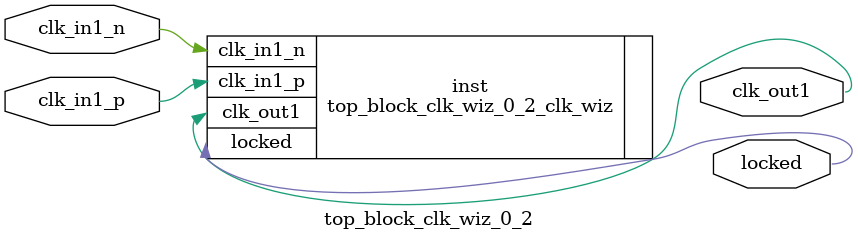
<source format=v>


`timescale 1ps/1ps

(* CORE_GENERATION_INFO = "top_block_clk_wiz_0_2,clk_wiz_v6_0_11_0_0,{component_name=top_block_clk_wiz_0_2,use_phase_alignment=false,use_min_o_jitter=false,use_max_i_jitter=false,use_dyn_phase_shift=false,use_inclk_switchover=false,use_dyn_reconfig=false,enable_axi=0,feedback_source=FDBK_AUTO,PRIMITIVE=PLL,num_out_clk=1,clkin1_period=8.0,clkin2_period=10.0,use_power_down=false,use_reset=false,use_locked=true,use_inclk_stopped=false,feedback_type=SINGLE,CLOCK_MGR_TYPE=NA,manual_override=false}" *)

module top_block_clk_wiz_0_2 
 (
  // Clock out ports
  output        clk_out1,
  // Status and control signals
  output        locked,
 // Clock in ports
  input         clk_in1_p,
  input         clk_in1_n
 );

  top_block_clk_wiz_0_2_clk_wiz inst
  (
  // Clock out ports  
  .clk_out1(clk_out1),
  // Status and control signals               
  .locked(locked),
 // Clock in ports
  .clk_in1_p(clk_in1_p),
  .clk_in1_n(clk_in1_n)
  );

endmodule

</source>
